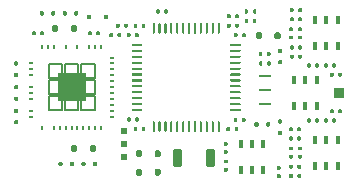
<source format=gbr>
%TF.GenerationSoftware,KiCad,Pcbnew,(5.1.6)-1*%
%TF.CreationDate,2020-09-03T16:30:16-07:00*%
%TF.ProjectId,SinESC-Multi-2.3B,53696e45-5343-42d4-9d75-6c74692d322e,1.0A*%
%TF.SameCoordinates,Original*%
%TF.FileFunction,Paste,Top*%
%TF.FilePolarity,Positive*%
%FSLAX46Y46*%
G04 Gerber Fmt 4.6, Leading zero omitted, Abs format (unit mm)*
G04 Created by KiCad (PCBNEW (5.1.6)-1) date 2020-09-03 16:30:16*
%MOMM*%
%LPD*%
G01*
G04 APERTURE LIST*
%ADD10C,0.152400*%
%ADD11R,0.480000X0.480000*%
%ADD12R,0.900000X0.900000*%
%ADD13R,0.360000X0.420000*%
%ADD14R,0.390000X0.636000*%
%ADD15R,2.453640X2.453640*%
%ADD16R,0.457200X0.152400*%
%ADD17R,0.152400X0.457200*%
%ADD18R,1.140000X0.240000*%
G04 APERTURE END LIST*
D10*
%TO.C,U4*%
X19555300Y-23944700D02*
X20718434Y-23944700D01*
X20718434Y-23944700D02*
X20718434Y-22781566D01*
X20718434Y-22781566D02*
X19555300Y-22781566D01*
X19555300Y-22781566D02*
X19555300Y-23944700D01*
X20918433Y-23944700D02*
X22081567Y-23944700D01*
X22081567Y-23944700D02*
X22081567Y-22781566D01*
X22081567Y-22781566D02*
X20918433Y-22781566D01*
X20918433Y-22781566D02*
X20918433Y-23944700D01*
X22281566Y-23944700D02*
X23444700Y-23944700D01*
X23444700Y-23944700D02*
X23444700Y-22781566D01*
X23444700Y-22781566D02*
X22281566Y-22781566D01*
X22281566Y-22781566D02*
X22281566Y-23944700D01*
X19555300Y-22581567D02*
X20718434Y-22581567D01*
X20718434Y-22581567D02*
X20718434Y-21418433D01*
X20718434Y-21418433D02*
X19555300Y-21418433D01*
X19555300Y-21418433D02*
X19555300Y-22581567D01*
X20918433Y-22581567D02*
X22081567Y-22581567D01*
X22081567Y-22581567D02*
X22081567Y-21418433D01*
X22081567Y-21418433D02*
X20918433Y-21418433D01*
X20918433Y-21418433D02*
X20918433Y-22581567D01*
X22281566Y-22581567D02*
X23444700Y-22581567D01*
X23444700Y-22581567D02*
X23444700Y-21418433D01*
X23444700Y-21418433D02*
X22281566Y-21418433D01*
X22281566Y-21418433D02*
X22281566Y-22581567D01*
X19555300Y-21218434D02*
X20718434Y-21218434D01*
X20718434Y-21218434D02*
X20718434Y-20055300D01*
X20718434Y-20055300D02*
X19555300Y-20055300D01*
X19555300Y-20055300D02*
X19555300Y-21218434D01*
X20918433Y-21218434D02*
X22081567Y-21218434D01*
X22081567Y-21218434D02*
X22081567Y-20055300D01*
X22081567Y-20055300D02*
X20918433Y-20055300D01*
X20918433Y-20055300D02*
X20918433Y-21218434D01*
X22281566Y-21218434D02*
X23444700Y-21218434D01*
X23444700Y-21218434D02*
X23444700Y-20055300D01*
X23444700Y-20055300D02*
X22281566Y-20055300D01*
X22281566Y-20055300D02*
X22281566Y-21218434D01*
%TD*%
%TO.C,L1*%
G36*
G01*
X30825000Y-27355000D02*
X30825000Y-28645000D01*
G75*
G02*
X30675000Y-28795000I-150000J0D01*
G01*
X30225000Y-28795000D01*
G75*
G02*
X30075000Y-28645000I0J150000D01*
G01*
X30075000Y-27355000D01*
G75*
G02*
X30225000Y-27205000I150000J0D01*
G01*
X30675000Y-27205000D01*
G75*
G02*
X30825000Y-27355000I0J-150000D01*
G01*
G37*
G36*
G01*
X33625000Y-27355000D02*
X33625000Y-28645000D01*
G75*
G02*
X33475000Y-28795000I-150000J0D01*
G01*
X33025000Y-28795000D01*
G75*
G02*
X32875000Y-28645000I0J150000D01*
G01*
X32875000Y-27355000D01*
G75*
G02*
X33025000Y-27205000I150000J0D01*
G01*
X33475000Y-27205000D01*
G75*
G02*
X33625000Y-27355000I0J-150000D01*
G01*
G37*
%TD*%
%TO.C,U1*%
G36*
G01*
X34040000Y-24952500D02*
X34040000Y-25747500D01*
G75*
G02*
X33995000Y-25792500I-45000J0D01*
G01*
X33905000Y-25792500D01*
G75*
G02*
X33860000Y-25747500I0J45000D01*
G01*
X33860000Y-24952500D01*
G75*
G02*
X33905000Y-24907500I45000J0D01*
G01*
X33995000Y-24907500D01*
G75*
G02*
X34040000Y-24952500I0J-45000D01*
G01*
G37*
G36*
G01*
X33540000Y-24952500D02*
X33540000Y-25747500D01*
G75*
G02*
X33495000Y-25792500I-45000J0D01*
G01*
X33405000Y-25792500D01*
G75*
G02*
X33360000Y-25747500I0J45000D01*
G01*
X33360000Y-24952500D01*
G75*
G02*
X33405000Y-24907500I45000J0D01*
G01*
X33495000Y-24907500D01*
G75*
G02*
X33540000Y-24952500I0J-45000D01*
G01*
G37*
G36*
G01*
X33040000Y-24952500D02*
X33040000Y-25747500D01*
G75*
G02*
X32995000Y-25792500I-45000J0D01*
G01*
X32905000Y-25792500D01*
G75*
G02*
X32860000Y-25747500I0J45000D01*
G01*
X32860000Y-24952500D01*
G75*
G02*
X32905000Y-24907500I45000J0D01*
G01*
X32995000Y-24907500D01*
G75*
G02*
X33040000Y-24952500I0J-45000D01*
G01*
G37*
G36*
G01*
X32540000Y-24952500D02*
X32540000Y-25747500D01*
G75*
G02*
X32495000Y-25792500I-45000J0D01*
G01*
X32405000Y-25792500D01*
G75*
G02*
X32360000Y-25747500I0J45000D01*
G01*
X32360000Y-24952500D01*
G75*
G02*
X32405000Y-24907500I45000J0D01*
G01*
X32495000Y-24907500D01*
G75*
G02*
X32540000Y-24952500I0J-45000D01*
G01*
G37*
G36*
G01*
X32040000Y-24952500D02*
X32040000Y-25747500D01*
G75*
G02*
X31995000Y-25792500I-45000J0D01*
G01*
X31905000Y-25792500D01*
G75*
G02*
X31860000Y-25747500I0J45000D01*
G01*
X31860000Y-24952500D01*
G75*
G02*
X31905000Y-24907500I45000J0D01*
G01*
X31995000Y-24907500D01*
G75*
G02*
X32040000Y-24952500I0J-45000D01*
G01*
G37*
G36*
G01*
X31540000Y-24952500D02*
X31540000Y-25747500D01*
G75*
G02*
X31495000Y-25792500I-45000J0D01*
G01*
X31405000Y-25792500D01*
G75*
G02*
X31360000Y-25747500I0J45000D01*
G01*
X31360000Y-24952500D01*
G75*
G02*
X31405000Y-24907500I45000J0D01*
G01*
X31495000Y-24907500D01*
G75*
G02*
X31540000Y-24952500I0J-45000D01*
G01*
G37*
G36*
G01*
X31040000Y-24952500D02*
X31040000Y-25747500D01*
G75*
G02*
X30995000Y-25792500I-45000J0D01*
G01*
X30905000Y-25792500D01*
G75*
G02*
X30860000Y-25747500I0J45000D01*
G01*
X30860000Y-24952500D01*
G75*
G02*
X30905000Y-24907500I45000J0D01*
G01*
X30995000Y-24907500D01*
G75*
G02*
X31040000Y-24952500I0J-45000D01*
G01*
G37*
G36*
G01*
X30540000Y-24952500D02*
X30540000Y-25747500D01*
G75*
G02*
X30495000Y-25792500I-45000J0D01*
G01*
X30405000Y-25792500D01*
G75*
G02*
X30360000Y-25747500I0J45000D01*
G01*
X30360000Y-24952500D01*
G75*
G02*
X30405000Y-24907500I45000J0D01*
G01*
X30495000Y-24907500D01*
G75*
G02*
X30540000Y-24952500I0J-45000D01*
G01*
G37*
G36*
G01*
X30040000Y-24952500D02*
X30040000Y-25747500D01*
G75*
G02*
X29995000Y-25792500I-45000J0D01*
G01*
X29905000Y-25792500D01*
G75*
G02*
X29860000Y-25747500I0J45000D01*
G01*
X29860000Y-24952500D01*
G75*
G02*
X29905000Y-24907500I45000J0D01*
G01*
X29995000Y-24907500D01*
G75*
G02*
X30040000Y-24952500I0J-45000D01*
G01*
G37*
G36*
G01*
X29540000Y-24952500D02*
X29540000Y-25747500D01*
G75*
G02*
X29495000Y-25792500I-45000J0D01*
G01*
X29405000Y-25792500D01*
G75*
G02*
X29360000Y-25747500I0J45000D01*
G01*
X29360000Y-24952500D01*
G75*
G02*
X29405000Y-24907500I45000J0D01*
G01*
X29495000Y-24907500D01*
G75*
G02*
X29540000Y-24952500I0J-45000D01*
G01*
G37*
G36*
G01*
X29040000Y-24952500D02*
X29040000Y-25747500D01*
G75*
G02*
X28995000Y-25792500I-45000J0D01*
G01*
X28905000Y-25792500D01*
G75*
G02*
X28860000Y-25747500I0J45000D01*
G01*
X28860000Y-24952500D01*
G75*
G02*
X28905000Y-24907500I45000J0D01*
G01*
X28995000Y-24907500D01*
G75*
G02*
X29040000Y-24952500I0J-45000D01*
G01*
G37*
G36*
G01*
X28540000Y-24952500D02*
X28540000Y-25747500D01*
G75*
G02*
X28495000Y-25792500I-45000J0D01*
G01*
X28405000Y-25792500D01*
G75*
G02*
X28360000Y-25747500I0J45000D01*
G01*
X28360000Y-24952500D01*
G75*
G02*
X28405000Y-24907500I45000J0D01*
G01*
X28495000Y-24907500D01*
G75*
G02*
X28540000Y-24952500I0J-45000D01*
G01*
G37*
G36*
G01*
X27480000Y-23892500D02*
X27480000Y-23982500D01*
G75*
G02*
X27435000Y-24027500I-45000J0D01*
G01*
X26640000Y-24027500D01*
G75*
G02*
X26595000Y-23982500I0J45000D01*
G01*
X26595000Y-23892500D01*
G75*
G02*
X26640000Y-23847500I45000J0D01*
G01*
X27435000Y-23847500D01*
G75*
G02*
X27480000Y-23892500I0J-45000D01*
G01*
G37*
G36*
G01*
X27480000Y-23392500D02*
X27480000Y-23482500D01*
G75*
G02*
X27435000Y-23527500I-45000J0D01*
G01*
X26640000Y-23527500D01*
G75*
G02*
X26595000Y-23482500I0J45000D01*
G01*
X26595000Y-23392500D01*
G75*
G02*
X26640000Y-23347500I45000J0D01*
G01*
X27435000Y-23347500D01*
G75*
G02*
X27480000Y-23392500I0J-45000D01*
G01*
G37*
G36*
G01*
X27480000Y-22892500D02*
X27480000Y-22982500D01*
G75*
G02*
X27435000Y-23027500I-45000J0D01*
G01*
X26640000Y-23027500D01*
G75*
G02*
X26595000Y-22982500I0J45000D01*
G01*
X26595000Y-22892500D01*
G75*
G02*
X26640000Y-22847500I45000J0D01*
G01*
X27435000Y-22847500D01*
G75*
G02*
X27480000Y-22892500I0J-45000D01*
G01*
G37*
G36*
G01*
X27480000Y-22392500D02*
X27480000Y-22482500D01*
G75*
G02*
X27435000Y-22527500I-45000J0D01*
G01*
X26640000Y-22527500D01*
G75*
G02*
X26595000Y-22482500I0J45000D01*
G01*
X26595000Y-22392500D01*
G75*
G02*
X26640000Y-22347500I45000J0D01*
G01*
X27435000Y-22347500D01*
G75*
G02*
X27480000Y-22392500I0J-45000D01*
G01*
G37*
G36*
G01*
X27480000Y-21892500D02*
X27480000Y-21982500D01*
G75*
G02*
X27435000Y-22027500I-45000J0D01*
G01*
X26640000Y-22027500D01*
G75*
G02*
X26595000Y-21982500I0J45000D01*
G01*
X26595000Y-21892500D01*
G75*
G02*
X26640000Y-21847500I45000J0D01*
G01*
X27435000Y-21847500D01*
G75*
G02*
X27480000Y-21892500I0J-45000D01*
G01*
G37*
G36*
G01*
X27480000Y-21392500D02*
X27480000Y-21482500D01*
G75*
G02*
X27435000Y-21527500I-45000J0D01*
G01*
X26640000Y-21527500D01*
G75*
G02*
X26595000Y-21482500I0J45000D01*
G01*
X26595000Y-21392500D01*
G75*
G02*
X26640000Y-21347500I45000J0D01*
G01*
X27435000Y-21347500D01*
G75*
G02*
X27480000Y-21392500I0J-45000D01*
G01*
G37*
G36*
G01*
X27480000Y-20892500D02*
X27480000Y-20982500D01*
G75*
G02*
X27435000Y-21027500I-45000J0D01*
G01*
X26640000Y-21027500D01*
G75*
G02*
X26595000Y-20982500I0J45000D01*
G01*
X26595000Y-20892500D01*
G75*
G02*
X26640000Y-20847500I45000J0D01*
G01*
X27435000Y-20847500D01*
G75*
G02*
X27480000Y-20892500I0J-45000D01*
G01*
G37*
G36*
G01*
X27480000Y-20392500D02*
X27480000Y-20482500D01*
G75*
G02*
X27435000Y-20527500I-45000J0D01*
G01*
X26640000Y-20527500D01*
G75*
G02*
X26595000Y-20482500I0J45000D01*
G01*
X26595000Y-20392500D01*
G75*
G02*
X26640000Y-20347500I45000J0D01*
G01*
X27435000Y-20347500D01*
G75*
G02*
X27480000Y-20392500I0J-45000D01*
G01*
G37*
G36*
G01*
X27480000Y-19892500D02*
X27480000Y-19982500D01*
G75*
G02*
X27435000Y-20027500I-45000J0D01*
G01*
X26640000Y-20027500D01*
G75*
G02*
X26595000Y-19982500I0J45000D01*
G01*
X26595000Y-19892500D01*
G75*
G02*
X26640000Y-19847500I45000J0D01*
G01*
X27435000Y-19847500D01*
G75*
G02*
X27480000Y-19892500I0J-45000D01*
G01*
G37*
G36*
G01*
X27480000Y-19392500D02*
X27480000Y-19482500D01*
G75*
G02*
X27435000Y-19527500I-45000J0D01*
G01*
X26640000Y-19527500D01*
G75*
G02*
X26595000Y-19482500I0J45000D01*
G01*
X26595000Y-19392500D01*
G75*
G02*
X26640000Y-19347500I45000J0D01*
G01*
X27435000Y-19347500D01*
G75*
G02*
X27480000Y-19392500I0J-45000D01*
G01*
G37*
G36*
G01*
X27480000Y-18892500D02*
X27480000Y-18982500D01*
G75*
G02*
X27435000Y-19027500I-45000J0D01*
G01*
X26640000Y-19027500D01*
G75*
G02*
X26595000Y-18982500I0J45000D01*
G01*
X26595000Y-18892500D01*
G75*
G02*
X26640000Y-18847500I45000J0D01*
G01*
X27435000Y-18847500D01*
G75*
G02*
X27480000Y-18892500I0J-45000D01*
G01*
G37*
G36*
G01*
X27480000Y-18392500D02*
X27480000Y-18482500D01*
G75*
G02*
X27435000Y-18527500I-45000J0D01*
G01*
X26640000Y-18527500D01*
G75*
G02*
X26595000Y-18482500I0J45000D01*
G01*
X26595000Y-18392500D01*
G75*
G02*
X26640000Y-18347500I45000J0D01*
G01*
X27435000Y-18347500D01*
G75*
G02*
X27480000Y-18392500I0J-45000D01*
G01*
G37*
G36*
G01*
X28540000Y-16627500D02*
X28540000Y-17422500D01*
G75*
G02*
X28495000Y-17467500I-45000J0D01*
G01*
X28405000Y-17467500D01*
G75*
G02*
X28360000Y-17422500I0J45000D01*
G01*
X28360000Y-16627500D01*
G75*
G02*
X28405000Y-16582500I45000J0D01*
G01*
X28495000Y-16582500D01*
G75*
G02*
X28540000Y-16627500I0J-45000D01*
G01*
G37*
G36*
G01*
X29040000Y-16627500D02*
X29040000Y-17422500D01*
G75*
G02*
X28995000Y-17467500I-45000J0D01*
G01*
X28905000Y-17467500D01*
G75*
G02*
X28860000Y-17422500I0J45000D01*
G01*
X28860000Y-16627500D01*
G75*
G02*
X28905000Y-16582500I45000J0D01*
G01*
X28995000Y-16582500D01*
G75*
G02*
X29040000Y-16627500I0J-45000D01*
G01*
G37*
G36*
G01*
X29540000Y-16627500D02*
X29540000Y-17422500D01*
G75*
G02*
X29495000Y-17467500I-45000J0D01*
G01*
X29405000Y-17467500D01*
G75*
G02*
X29360000Y-17422500I0J45000D01*
G01*
X29360000Y-16627500D01*
G75*
G02*
X29405000Y-16582500I45000J0D01*
G01*
X29495000Y-16582500D01*
G75*
G02*
X29540000Y-16627500I0J-45000D01*
G01*
G37*
G36*
G01*
X30040000Y-16627500D02*
X30040000Y-17422500D01*
G75*
G02*
X29995000Y-17467500I-45000J0D01*
G01*
X29905000Y-17467500D01*
G75*
G02*
X29860000Y-17422500I0J45000D01*
G01*
X29860000Y-16627500D01*
G75*
G02*
X29905000Y-16582500I45000J0D01*
G01*
X29995000Y-16582500D01*
G75*
G02*
X30040000Y-16627500I0J-45000D01*
G01*
G37*
G36*
G01*
X30540000Y-16627500D02*
X30540000Y-17422500D01*
G75*
G02*
X30495000Y-17467500I-45000J0D01*
G01*
X30405000Y-17467500D01*
G75*
G02*
X30360000Y-17422500I0J45000D01*
G01*
X30360000Y-16627500D01*
G75*
G02*
X30405000Y-16582500I45000J0D01*
G01*
X30495000Y-16582500D01*
G75*
G02*
X30540000Y-16627500I0J-45000D01*
G01*
G37*
G36*
G01*
X31040000Y-16627500D02*
X31040000Y-17422500D01*
G75*
G02*
X30995000Y-17467500I-45000J0D01*
G01*
X30905000Y-17467500D01*
G75*
G02*
X30860000Y-17422500I0J45000D01*
G01*
X30860000Y-16627500D01*
G75*
G02*
X30905000Y-16582500I45000J0D01*
G01*
X30995000Y-16582500D01*
G75*
G02*
X31040000Y-16627500I0J-45000D01*
G01*
G37*
G36*
G01*
X31540000Y-16627500D02*
X31540000Y-17422500D01*
G75*
G02*
X31495000Y-17467500I-45000J0D01*
G01*
X31405000Y-17467500D01*
G75*
G02*
X31360000Y-17422500I0J45000D01*
G01*
X31360000Y-16627500D01*
G75*
G02*
X31405000Y-16582500I45000J0D01*
G01*
X31495000Y-16582500D01*
G75*
G02*
X31540000Y-16627500I0J-45000D01*
G01*
G37*
G36*
G01*
X32040000Y-16627500D02*
X32040000Y-17422500D01*
G75*
G02*
X31995000Y-17467500I-45000J0D01*
G01*
X31905000Y-17467500D01*
G75*
G02*
X31860000Y-17422500I0J45000D01*
G01*
X31860000Y-16627500D01*
G75*
G02*
X31905000Y-16582500I45000J0D01*
G01*
X31995000Y-16582500D01*
G75*
G02*
X32040000Y-16627500I0J-45000D01*
G01*
G37*
G36*
G01*
X32540000Y-16627500D02*
X32540000Y-17422500D01*
G75*
G02*
X32495000Y-17467500I-45000J0D01*
G01*
X32405000Y-17467500D01*
G75*
G02*
X32360000Y-17422500I0J45000D01*
G01*
X32360000Y-16627500D01*
G75*
G02*
X32405000Y-16582500I45000J0D01*
G01*
X32495000Y-16582500D01*
G75*
G02*
X32540000Y-16627500I0J-45000D01*
G01*
G37*
G36*
G01*
X33040000Y-16627500D02*
X33040000Y-17422500D01*
G75*
G02*
X32995000Y-17467500I-45000J0D01*
G01*
X32905000Y-17467500D01*
G75*
G02*
X32860000Y-17422500I0J45000D01*
G01*
X32860000Y-16627500D01*
G75*
G02*
X32905000Y-16582500I45000J0D01*
G01*
X32995000Y-16582500D01*
G75*
G02*
X33040000Y-16627500I0J-45000D01*
G01*
G37*
G36*
G01*
X33540000Y-16627500D02*
X33540000Y-17422500D01*
G75*
G02*
X33495000Y-17467500I-45000J0D01*
G01*
X33405000Y-17467500D01*
G75*
G02*
X33360000Y-17422500I0J45000D01*
G01*
X33360000Y-16627500D01*
G75*
G02*
X33405000Y-16582500I45000J0D01*
G01*
X33495000Y-16582500D01*
G75*
G02*
X33540000Y-16627500I0J-45000D01*
G01*
G37*
G36*
G01*
X34040000Y-16627500D02*
X34040000Y-17422500D01*
G75*
G02*
X33995000Y-17467500I-45000J0D01*
G01*
X33905000Y-17467500D01*
G75*
G02*
X33860000Y-17422500I0J45000D01*
G01*
X33860000Y-16627500D01*
G75*
G02*
X33905000Y-16582500I45000J0D01*
G01*
X33995000Y-16582500D01*
G75*
G02*
X34040000Y-16627500I0J-45000D01*
G01*
G37*
G36*
G01*
X35805000Y-18392500D02*
X35805000Y-18482500D01*
G75*
G02*
X35760000Y-18527500I-45000J0D01*
G01*
X34965000Y-18527500D01*
G75*
G02*
X34920000Y-18482500I0J45000D01*
G01*
X34920000Y-18392500D01*
G75*
G02*
X34965000Y-18347500I45000J0D01*
G01*
X35760000Y-18347500D01*
G75*
G02*
X35805000Y-18392500I0J-45000D01*
G01*
G37*
G36*
G01*
X35805000Y-18892500D02*
X35805000Y-18982500D01*
G75*
G02*
X35760000Y-19027500I-45000J0D01*
G01*
X34965000Y-19027500D01*
G75*
G02*
X34920000Y-18982500I0J45000D01*
G01*
X34920000Y-18892500D01*
G75*
G02*
X34965000Y-18847500I45000J0D01*
G01*
X35760000Y-18847500D01*
G75*
G02*
X35805000Y-18892500I0J-45000D01*
G01*
G37*
G36*
G01*
X35805000Y-19392500D02*
X35805000Y-19482500D01*
G75*
G02*
X35760000Y-19527500I-45000J0D01*
G01*
X34965000Y-19527500D01*
G75*
G02*
X34920000Y-19482500I0J45000D01*
G01*
X34920000Y-19392500D01*
G75*
G02*
X34965000Y-19347500I45000J0D01*
G01*
X35760000Y-19347500D01*
G75*
G02*
X35805000Y-19392500I0J-45000D01*
G01*
G37*
G36*
G01*
X35805000Y-19892500D02*
X35805000Y-19982500D01*
G75*
G02*
X35760000Y-20027500I-45000J0D01*
G01*
X34965000Y-20027500D01*
G75*
G02*
X34920000Y-19982500I0J45000D01*
G01*
X34920000Y-19892500D01*
G75*
G02*
X34965000Y-19847500I45000J0D01*
G01*
X35760000Y-19847500D01*
G75*
G02*
X35805000Y-19892500I0J-45000D01*
G01*
G37*
G36*
G01*
X35805000Y-20392500D02*
X35805000Y-20482500D01*
G75*
G02*
X35760000Y-20527500I-45000J0D01*
G01*
X34965000Y-20527500D01*
G75*
G02*
X34920000Y-20482500I0J45000D01*
G01*
X34920000Y-20392500D01*
G75*
G02*
X34965000Y-20347500I45000J0D01*
G01*
X35760000Y-20347500D01*
G75*
G02*
X35805000Y-20392500I0J-45000D01*
G01*
G37*
G36*
G01*
X35805000Y-20892500D02*
X35805000Y-20982500D01*
G75*
G02*
X35760000Y-21027500I-45000J0D01*
G01*
X34965000Y-21027500D01*
G75*
G02*
X34920000Y-20982500I0J45000D01*
G01*
X34920000Y-20892500D01*
G75*
G02*
X34965000Y-20847500I45000J0D01*
G01*
X35760000Y-20847500D01*
G75*
G02*
X35805000Y-20892500I0J-45000D01*
G01*
G37*
G36*
G01*
X35805000Y-21392500D02*
X35805000Y-21482500D01*
G75*
G02*
X35760000Y-21527500I-45000J0D01*
G01*
X34965000Y-21527500D01*
G75*
G02*
X34920000Y-21482500I0J45000D01*
G01*
X34920000Y-21392500D01*
G75*
G02*
X34965000Y-21347500I45000J0D01*
G01*
X35760000Y-21347500D01*
G75*
G02*
X35805000Y-21392500I0J-45000D01*
G01*
G37*
G36*
G01*
X35805000Y-21892500D02*
X35805000Y-21982500D01*
G75*
G02*
X35760000Y-22027500I-45000J0D01*
G01*
X34965000Y-22027500D01*
G75*
G02*
X34920000Y-21982500I0J45000D01*
G01*
X34920000Y-21892500D01*
G75*
G02*
X34965000Y-21847500I45000J0D01*
G01*
X35760000Y-21847500D01*
G75*
G02*
X35805000Y-21892500I0J-45000D01*
G01*
G37*
G36*
G01*
X35805000Y-22392500D02*
X35805000Y-22482500D01*
G75*
G02*
X35760000Y-22527500I-45000J0D01*
G01*
X34965000Y-22527500D01*
G75*
G02*
X34920000Y-22482500I0J45000D01*
G01*
X34920000Y-22392500D01*
G75*
G02*
X34965000Y-22347500I45000J0D01*
G01*
X35760000Y-22347500D01*
G75*
G02*
X35805000Y-22392500I0J-45000D01*
G01*
G37*
G36*
G01*
X35805000Y-22892500D02*
X35805000Y-22982500D01*
G75*
G02*
X35760000Y-23027500I-45000J0D01*
G01*
X34965000Y-23027500D01*
G75*
G02*
X34920000Y-22982500I0J45000D01*
G01*
X34920000Y-22892500D01*
G75*
G02*
X34965000Y-22847500I45000J0D01*
G01*
X35760000Y-22847500D01*
G75*
G02*
X35805000Y-22892500I0J-45000D01*
G01*
G37*
G36*
G01*
X35805000Y-23392500D02*
X35805000Y-23482500D01*
G75*
G02*
X35760000Y-23527500I-45000J0D01*
G01*
X34965000Y-23527500D01*
G75*
G02*
X34920000Y-23482500I0J45000D01*
G01*
X34920000Y-23392500D01*
G75*
G02*
X34965000Y-23347500I45000J0D01*
G01*
X35760000Y-23347500D01*
G75*
G02*
X35805000Y-23392500I0J-45000D01*
G01*
G37*
G36*
G01*
X35805000Y-23892500D02*
X35805000Y-23982500D01*
G75*
G02*
X35760000Y-24027500I-45000J0D01*
G01*
X34965000Y-24027500D01*
G75*
G02*
X34920000Y-23982500I0J45000D01*
G01*
X34920000Y-23892500D01*
G75*
G02*
X34965000Y-23847500I45000J0D01*
G01*
X35760000Y-23847500D01*
G75*
G02*
X35805000Y-23892500I0J-45000D01*
G01*
G37*
%TD*%
%TO.C,R10*%
G36*
G01*
X41744000Y-24724500D02*
X41744000Y-24925500D01*
G75*
G02*
X41664500Y-25005000I-79500J0D01*
G01*
X41505500Y-25005000D01*
G75*
G02*
X41426000Y-24925500I0J79500D01*
G01*
X41426000Y-24724500D01*
G75*
G02*
X41505500Y-24645000I79500J0D01*
G01*
X41664500Y-24645000D01*
G75*
G02*
X41744000Y-24724500I0J-79500D01*
G01*
G37*
G36*
G01*
X42434000Y-24724500D02*
X42434000Y-24925500D01*
G75*
G02*
X42354500Y-25005000I-79500J0D01*
G01*
X42195500Y-25005000D01*
G75*
G02*
X42116000Y-24925500I0J79500D01*
G01*
X42116000Y-24724500D01*
G75*
G02*
X42195500Y-24645000I79500J0D01*
G01*
X42354500Y-24645000D01*
G75*
G02*
X42434000Y-24724500I0J-79500D01*
G01*
G37*
%TD*%
%TO.C,C6*%
G36*
G01*
X35564000Y-17499500D02*
X35564000Y-17700500D01*
G75*
G02*
X35484500Y-17780000I-79500J0D01*
G01*
X35325500Y-17780000D01*
G75*
G02*
X35246000Y-17700500I0J79500D01*
G01*
X35246000Y-17499500D01*
G75*
G02*
X35325500Y-17420000I79500J0D01*
G01*
X35484500Y-17420000D01*
G75*
G02*
X35564000Y-17499500I0J-79500D01*
G01*
G37*
G36*
G01*
X36254000Y-17499500D02*
X36254000Y-17700500D01*
G75*
G02*
X36174500Y-17780000I-79500J0D01*
G01*
X36015500Y-17780000D01*
G75*
G02*
X35936000Y-17700500I0J79500D01*
G01*
X35936000Y-17499500D01*
G75*
G02*
X36015500Y-17420000I79500J0D01*
G01*
X36174500Y-17420000D01*
G75*
G02*
X36254000Y-17499500I0J-79500D01*
G01*
G37*
%TD*%
%TO.C,C21*%
G36*
G01*
X20375000Y-16896250D02*
X20375000Y-17203750D01*
G75*
G02*
X20243750Y-17335000I-131250J0D01*
G01*
X19981250Y-17335000D01*
G75*
G02*
X19850000Y-17203750I0J131250D01*
G01*
X19850000Y-16896250D01*
G75*
G02*
X19981250Y-16765000I131250J0D01*
G01*
X20243750Y-16765000D01*
G75*
G02*
X20375000Y-16896250I0J-131250D01*
G01*
G37*
G36*
G01*
X21950000Y-16896250D02*
X21950000Y-17203750D01*
G75*
G02*
X21818750Y-17335000I-131250J0D01*
G01*
X21556250Y-17335000D01*
G75*
G02*
X21425000Y-17203750I0J131250D01*
G01*
X21425000Y-16896250D01*
G75*
G02*
X21556250Y-16765000I131250J0D01*
G01*
X21818750Y-16765000D01*
G75*
G02*
X21950000Y-16896250I0J-131250D01*
G01*
G37*
%TD*%
%TO.C,C20*%
G36*
G01*
X18464000Y-17349500D02*
X18464000Y-17550500D01*
G75*
G02*
X18384500Y-17630000I-79500J0D01*
G01*
X18225500Y-17630000D01*
G75*
G02*
X18146000Y-17550500I0J79500D01*
G01*
X18146000Y-17349500D01*
G75*
G02*
X18225500Y-17270000I79500J0D01*
G01*
X18384500Y-17270000D01*
G75*
G02*
X18464000Y-17349500I0J-79500D01*
G01*
G37*
G36*
G01*
X19154000Y-17349500D02*
X19154000Y-17550500D01*
G75*
G02*
X19074500Y-17630000I-79500J0D01*
G01*
X18915500Y-17630000D01*
G75*
G02*
X18836000Y-17550500I0J79500D01*
G01*
X18836000Y-17349500D01*
G75*
G02*
X18915500Y-17270000I79500J0D01*
G01*
X19074500Y-17270000D01*
G75*
G02*
X19154000Y-17349500I0J-79500D01*
G01*
G37*
%TD*%
%TO.C,C22*%
G36*
G01*
X23025000Y-27353750D02*
X23025000Y-27046250D01*
G75*
G02*
X23156250Y-26915000I131250J0D01*
G01*
X23418750Y-26915000D01*
G75*
G02*
X23550000Y-27046250I0J-131250D01*
G01*
X23550000Y-27353750D01*
G75*
G02*
X23418750Y-27485000I-131250J0D01*
G01*
X23156250Y-27485000D01*
G75*
G02*
X23025000Y-27353750I0J131250D01*
G01*
G37*
G36*
G01*
X21450000Y-27353750D02*
X21450000Y-27046250D01*
G75*
G02*
X21581250Y-26915000I131250J0D01*
G01*
X21843750Y-26915000D01*
G75*
G02*
X21975000Y-27046250I0J-131250D01*
G01*
X21975000Y-27353750D01*
G75*
G02*
X21843750Y-27485000I-131250J0D01*
G01*
X21581250Y-27485000D01*
G75*
G02*
X21450000Y-27353750I0J131250D01*
G01*
G37*
%TD*%
%TO.C,C19*%
G36*
G01*
X20742000Y-28396500D02*
X20742000Y-28603500D01*
G75*
G02*
X20653500Y-28692000I-88500J0D01*
G01*
X20476500Y-28692000D01*
G75*
G02*
X20388000Y-28603500I0J88500D01*
G01*
X20388000Y-28396500D01*
G75*
G02*
X20476500Y-28308000I88500J0D01*
G01*
X20653500Y-28308000D01*
G75*
G02*
X20742000Y-28396500I0J-88500D01*
G01*
G37*
G36*
G01*
X21712000Y-28396500D02*
X21712000Y-28603500D01*
G75*
G02*
X21623500Y-28692000I-88500J0D01*
G01*
X21446500Y-28692000D01*
G75*
G02*
X21358000Y-28603500I0J88500D01*
G01*
X21358000Y-28396500D01*
G75*
G02*
X21446500Y-28308000I88500J0D01*
G01*
X21623500Y-28308000D01*
G75*
G02*
X21712000Y-28396500I0J-88500D01*
G01*
G37*
%TD*%
%TO.C,C17*%
G36*
G01*
X23214000Y-17349500D02*
X23214000Y-17550500D01*
G75*
G02*
X23134500Y-17630000I-79500J0D01*
G01*
X22975500Y-17630000D01*
G75*
G02*
X22896000Y-17550500I0J79500D01*
G01*
X22896000Y-17349500D01*
G75*
G02*
X22975500Y-17270000I79500J0D01*
G01*
X23134500Y-17270000D01*
G75*
G02*
X23214000Y-17349500I0J-79500D01*
G01*
G37*
G36*
G01*
X23904000Y-17349500D02*
X23904000Y-17550500D01*
G75*
G02*
X23824500Y-17630000I-79500J0D01*
G01*
X23665500Y-17630000D01*
G75*
G02*
X23586000Y-17550500I0J79500D01*
G01*
X23586000Y-17349500D01*
G75*
G02*
X23665500Y-17270000I79500J0D01*
G01*
X23824500Y-17270000D01*
G75*
G02*
X23904000Y-17349500I0J-79500D01*
G01*
G37*
%TD*%
D11*
%TO.C,TP3*%
X25900000Y-27900000D03*
%TD*%
%TO.C,TP2*%
X25900000Y-26800000D03*
%TD*%
%TO.C,TP1*%
X25900000Y-25700000D03*
%TD*%
D12*
%TO.C,J6*%
X44150000Y-22500000D03*
%TD*%
%TO.C,C1*%
G36*
G01*
X35916000Y-24900500D02*
X35916000Y-24699500D01*
G75*
G02*
X35995500Y-24620000I79500J0D01*
G01*
X36154500Y-24620000D01*
G75*
G02*
X36234000Y-24699500I0J-79500D01*
G01*
X36234000Y-24900500D01*
G75*
G02*
X36154500Y-24980000I-79500J0D01*
G01*
X35995500Y-24980000D01*
G75*
G02*
X35916000Y-24900500I0J79500D01*
G01*
G37*
G36*
G01*
X35226000Y-24900500D02*
X35226000Y-24699500D01*
G75*
G02*
X35305500Y-24620000I79500J0D01*
G01*
X35464500Y-24620000D01*
G75*
G02*
X35544000Y-24699500I0J-79500D01*
G01*
X35544000Y-24900500D01*
G75*
G02*
X35464500Y-24980000I-79500J0D01*
G01*
X35305500Y-24980000D01*
G75*
G02*
X35226000Y-24900500I0J79500D01*
G01*
G37*
%TD*%
%TO.C,C2*%
G36*
G01*
X37346000Y-20100500D02*
X37346000Y-19899500D01*
G75*
G02*
X37425500Y-19820000I79500J0D01*
G01*
X37584500Y-19820000D01*
G75*
G02*
X37664000Y-19899500I0J-79500D01*
G01*
X37664000Y-20100500D01*
G75*
G02*
X37584500Y-20180000I-79500J0D01*
G01*
X37425500Y-20180000D01*
G75*
G02*
X37346000Y-20100500I0J79500D01*
G01*
G37*
G36*
G01*
X38036000Y-20100500D02*
X38036000Y-19899500D01*
G75*
G02*
X38115500Y-19820000I79500J0D01*
G01*
X38274500Y-19820000D01*
G75*
G02*
X38354000Y-19899500I0J-79500D01*
G01*
X38354000Y-20100500D01*
G75*
G02*
X38274500Y-20180000I-79500J0D01*
G01*
X38115500Y-20180000D01*
G75*
G02*
X38036000Y-20100500I0J79500D01*
G01*
G37*
%TD*%
%TO.C,C3*%
G36*
G01*
X35306000Y-25675500D02*
X35306000Y-25474500D01*
G75*
G02*
X35385500Y-25395000I79500J0D01*
G01*
X35544500Y-25395000D01*
G75*
G02*
X35624000Y-25474500I0J-79500D01*
G01*
X35624000Y-25675500D01*
G75*
G02*
X35544500Y-25755000I-79500J0D01*
G01*
X35385500Y-25755000D01*
G75*
G02*
X35306000Y-25675500I0J79500D01*
G01*
G37*
G36*
G01*
X34616000Y-25675500D02*
X34616000Y-25474500D01*
G75*
G02*
X34695500Y-25395000I79500J0D01*
G01*
X34854500Y-25395000D01*
G75*
G02*
X34934000Y-25474500I0J-79500D01*
G01*
X34934000Y-25675500D01*
G75*
G02*
X34854500Y-25755000I-79500J0D01*
G01*
X34695500Y-25755000D01*
G75*
G02*
X34616000Y-25675500I0J79500D01*
G01*
G37*
%TD*%
%TO.C,C4*%
G36*
G01*
X27064000Y-16699500D02*
X27064000Y-16900500D01*
G75*
G02*
X26984500Y-16980000I-79500J0D01*
G01*
X26825500Y-16980000D01*
G75*
G02*
X26746000Y-16900500I0J79500D01*
G01*
X26746000Y-16699500D01*
G75*
G02*
X26825500Y-16620000I79500J0D01*
G01*
X26984500Y-16620000D01*
G75*
G02*
X27064000Y-16699500I0J-79500D01*
G01*
G37*
G36*
G01*
X27754000Y-16699500D02*
X27754000Y-16900500D01*
G75*
G02*
X27674500Y-16980000I-79500J0D01*
G01*
X27515500Y-16980000D01*
G75*
G02*
X27436000Y-16900500I0J79500D01*
G01*
X27436000Y-16699500D01*
G75*
G02*
X27515500Y-16620000I79500J0D01*
G01*
X27674500Y-16620000D01*
G75*
G02*
X27754000Y-16699500I0J-79500D01*
G01*
G37*
%TD*%
%TO.C,C5*%
G36*
G01*
X26494000Y-17499500D02*
X26494000Y-17700500D01*
G75*
G02*
X26414500Y-17780000I-79500J0D01*
G01*
X26255500Y-17780000D01*
G75*
G02*
X26176000Y-17700500I0J79500D01*
G01*
X26176000Y-17499500D01*
G75*
G02*
X26255500Y-17420000I79500J0D01*
G01*
X26414500Y-17420000D01*
G75*
G02*
X26494000Y-17499500I0J-79500D01*
G01*
G37*
G36*
G01*
X27184000Y-17499500D02*
X27184000Y-17700500D01*
G75*
G02*
X27104500Y-17780000I-79500J0D01*
G01*
X26945500Y-17780000D01*
G75*
G02*
X26866000Y-17700500I0J79500D01*
G01*
X26866000Y-17499500D01*
G75*
G02*
X26945500Y-17420000I79500J0D01*
G01*
X27104500Y-17420000D01*
G75*
G02*
X27184000Y-17499500I0J-79500D01*
G01*
G37*
%TD*%
%TO.C,C7*%
G36*
G01*
X39974500Y-17636000D02*
X40175500Y-17636000D01*
G75*
G02*
X40255000Y-17715500I0J-79500D01*
G01*
X40255000Y-17874500D01*
G75*
G02*
X40175500Y-17954000I-79500J0D01*
G01*
X39974500Y-17954000D01*
G75*
G02*
X39895000Y-17874500I0J79500D01*
G01*
X39895000Y-17715500D01*
G75*
G02*
X39974500Y-17636000I79500J0D01*
G01*
G37*
G36*
G01*
X39974500Y-16946000D02*
X40175500Y-16946000D01*
G75*
G02*
X40255000Y-17025500I0J-79500D01*
G01*
X40255000Y-17184500D01*
G75*
G02*
X40175500Y-17264000I-79500J0D01*
G01*
X39974500Y-17264000D01*
G75*
G02*
X39895000Y-17184500I0J79500D01*
G01*
X39895000Y-17025500D01*
G75*
G02*
X39974500Y-16946000I79500J0D01*
G01*
G37*
%TD*%
%TO.C,C8*%
G36*
G01*
X26494000Y-24649500D02*
X26494000Y-24850500D01*
G75*
G02*
X26414500Y-24930000I-79500J0D01*
G01*
X26255500Y-24930000D01*
G75*
G02*
X26176000Y-24850500I0J79500D01*
G01*
X26176000Y-24649500D01*
G75*
G02*
X26255500Y-24570000I79500J0D01*
G01*
X26414500Y-24570000D01*
G75*
G02*
X26494000Y-24649500I0J-79500D01*
G01*
G37*
G36*
G01*
X27184000Y-24649500D02*
X27184000Y-24850500D01*
G75*
G02*
X27104500Y-24930000I-79500J0D01*
G01*
X26945500Y-24930000D01*
G75*
G02*
X26866000Y-24850500I0J79500D01*
G01*
X26866000Y-24649500D01*
G75*
G02*
X26945500Y-24570000I79500J0D01*
G01*
X27104500Y-24570000D01*
G75*
G02*
X27184000Y-24649500I0J-79500D01*
G01*
G37*
%TD*%
%TO.C,C9*%
G36*
G01*
X27064000Y-25449500D02*
X27064000Y-25650500D01*
G75*
G02*
X26984500Y-25730000I-79500J0D01*
G01*
X26825500Y-25730000D01*
G75*
G02*
X26746000Y-25650500I0J79500D01*
G01*
X26746000Y-25449500D01*
G75*
G02*
X26825500Y-25370000I79500J0D01*
G01*
X26984500Y-25370000D01*
G75*
G02*
X27064000Y-25449500I0J-79500D01*
G01*
G37*
G36*
G01*
X27754000Y-25449500D02*
X27754000Y-25650500D01*
G75*
G02*
X27674500Y-25730000I-79500J0D01*
G01*
X27515500Y-25730000D01*
G75*
G02*
X27436000Y-25650500I0J79500D01*
G01*
X27436000Y-25449500D01*
G75*
G02*
X27515500Y-25370000I79500J0D01*
G01*
X27674500Y-25370000D01*
G75*
G02*
X27754000Y-25449500I0J-79500D01*
G01*
G37*
%TD*%
%TO.C,C10*%
G36*
G01*
X38036000Y-19300500D02*
X38036000Y-19099500D01*
G75*
G02*
X38115500Y-19020000I79500J0D01*
G01*
X38274500Y-19020000D01*
G75*
G02*
X38354000Y-19099500I0J-79500D01*
G01*
X38354000Y-19300500D01*
G75*
G02*
X38274500Y-19380000I-79500J0D01*
G01*
X38115500Y-19380000D01*
G75*
G02*
X38036000Y-19300500I0J79500D01*
G01*
G37*
G36*
G01*
X37346000Y-19300500D02*
X37346000Y-19099500D01*
G75*
G02*
X37425500Y-19020000I79500J0D01*
G01*
X37584500Y-19020000D01*
G75*
G02*
X37664000Y-19099500I0J-79500D01*
G01*
X37664000Y-19300500D01*
G75*
G02*
X37584500Y-19380000I-79500J0D01*
G01*
X37425500Y-19380000D01*
G75*
G02*
X37346000Y-19300500I0J79500D01*
G01*
G37*
%TD*%
%TO.C,C11*%
G36*
G01*
X39046500Y-19723000D02*
X39253500Y-19723000D01*
G75*
G02*
X39342000Y-19811500I0J-88500D01*
G01*
X39342000Y-19988500D01*
G75*
G02*
X39253500Y-20077000I-88500J0D01*
G01*
X39046500Y-20077000D01*
G75*
G02*
X38958000Y-19988500I0J88500D01*
G01*
X38958000Y-19811500D01*
G75*
G02*
X39046500Y-19723000I88500J0D01*
G01*
G37*
G36*
G01*
X39046500Y-18753000D02*
X39253500Y-18753000D01*
G75*
G02*
X39342000Y-18841500I0J-88500D01*
G01*
X39342000Y-19018500D01*
G75*
G02*
X39253500Y-19107000I-88500J0D01*
G01*
X39046500Y-19107000D01*
G75*
G02*
X38958000Y-19018500I0J88500D01*
G01*
X38958000Y-18841500D01*
G75*
G02*
X39046500Y-18753000I88500J0D01*
G01*
G37*
%TD*%
%TO.C,C12*%
G36*
G01*
X34964000Y-15899500D02*
X34964000Y-16100500D01*
G75*
G02*
X34884500Y-16180000I-79500J0D01*
G01*
X34725500Y-16180000D01*
G75*
G02*
X34646000Y-16100500I0J79500D01*
G01*
X34646000Y-15899500D01*
G75*
G02*
X34725500Y-15820000I79500J0D01*
G01*
X34884500Y-15820000D01*
G75*
G02*
X34964000Y-15899500I0J-79500D01*
G01*
G37*
G36*
G01*
X35654000Y-15899500D02*
X35654000Y-16100500D01*
G75*
G02*
X35574500Y-16180000I-79500J0D01*
G01*
X35415500Y-16180000D01*
G75*
G02*
X35336000Y-16100500I0J79500D01*
G01*
X35336000Y-15899500D01*
G75*
G02*
X35415500Y-15820000I79500J0D01*
G01*
X35574500Y-15820000D01*
G75*
G02*
X35654000Y-15899500I0J-79500D01*
G01*
G37*
%TD*%
%TO.C,C13*%
G36*
G01*
X38675000Y-17803750D02*
X38675000Y-17496250D01*
G75*
G02*
X38806250Y-17365000I131250J0D01*
G01*
X39068750Y-17365000D01*
G75*
G02*
X39200000Y-17496250I0J-131250D01*
G01*
X39200000Y-17803750D01*
G75*
G02*
X39068750Y-17935000I-131250J0D01*
G01*
X38806250Y-17935000D01*
G75*
G02*
X38675000Y-17803750I0J131250D01*
G01*
G37*
G36*
G01*
X37100000Y-17803750D02*
X37100000Y-17496250D01*
G75*
G02*
X37231250Y-17365000I131250J0D01*
G01*
X37493750Y-17365000D01*
G75*
G02*
X37625000Y-17496250I0J-131250D01*
G01*
X37625000Y-17803750D01*
G75*
G02*
X37493750Y-17935000I-131250J0D01*
G01*
X37231250Y-17935000D01*
G75*
G02*
X37100000Y-17803750I0J131250D01*
G01*
G37*
%TD*%
%TO.C,C14*%
G36*
G01*
X44061000Y-24150500D02*
X44061000Y-23949500D01*
G75*
G02*
X44140500Y-23870000I79500J0D01*
G01*
X44299500Y-23870000D01*
G75*
G02*
X44379000Y-23949500I0J-79500D01*
G01*
X44379000Y-24150500D01*
G75*
G02*
X44299500Y-24230000I-79500J0D01*
G01*
X44140500Y-24230000D01*
G75*
G02*
X44061000Y-24150500I0J79500D01*
G01*
G37*
G36*
G01*
X43371000Y-24150500D02*
X43371000Y-23949500D01*
G75*
G02*
X43450500Y-23870000I79500J0D01*
G01*
X43609500Y-23870000D01*
G75*
G02*
X43689000Y-23949500I0J-79500D01*
G01*
X43689000Y-24150500D01*
G75*
G02*
X43609500Y-24230000I-79500J0D01*
G01*
X43450500Y-24230000D01*
G75*
G02*
X43371000Y-24150500I0J79500D01*
G01*
G37*
%TD*%
%TO.C,C15*%
G36*
G01*
X36464000Y-15499500D02*
X36464000Y-15700500D01*
G75*
G02*
X36384500Y-15780000I-79500J0D01*
G01*
X36225500Y-15780000D01*
G75*
G02*
X36146000Y-15700500I0J79500D01*
G01*
X36146000Y-15499500D01*
G75*
G02*
X36225500Y-15420000I79500J0D01*
G01*
X36384500Y-15420000D01*
G75*
G02*
X36464000Y-15499500I0J-79500D01*
G01*
G37*
G36*
G01*
X37154000Y-15499500D02*
X37154000Y-15700500D01*
G75*
G02*
X37074500Y-15780000I-79500J0D01*
G01*
X36915500Y-15780000D01*
G75*
G02*
X36836000Y-15700500I0J79500D01*
G01*
X36836000Y-15499500D01*
G75*
G02*
X36915500Y-15420000I79500J0D01*
G01*
X37074500Y-15420000D01*
G75*
G02*
X37154000Y-15499500I0J-79500D01*
G01*
G37*
%TD*%
%TO.C,C16*%
G36*
G01*
X40950500Y-27364000D02*
X40749500Y-27364000D01*
G75*
G02*
X40670000Y-27284500I0J79500D01*
G01*
X40670000Y-27125500D01*
G75*
G02*
X40749500Y-27046000I79500J0D01*
G01*
X40950500Y-27046000D01*
G75*
G02*
X41030000Y-27125500I0J-79500D01*
G01*
X41030000Y-27284500D01*
G75*
G02*
X40950500Y-27364000I-79500J0D01*
G01*
G37*
G36*
G01*
X40950500Y-28054000D02*
X40749500Y-28054000D01*
G75*
G02*
X40670000Y-27974500I0J79500D01*
G01*
X40670000Y-27815500D01*
G75*
G02*
X40749500Y-27736000I79500J0D01*
G01*
X40950500Y-27736000D01*
G75*
G02*
X41030000Y-27815500I0J-79500D01*
G01*
X41030000Y-27974500D01*
G75*
G02*
X40950500Y-28054000I-79500J0D01*
G01*
G37*
%TD*%
%TO.C,C18*%
G36*
G01*
X23308000Y-28603500D02*
X23308000Y-28396500D01*
G75*
G02*
X23396500Y-28308000I88500J0D01*
G01*
X23573500Y-28308000D01*
G75*
G02*
X23662000Y-28396500I0J-88500D01*
G01*
X23662000Y-28603500D01*
G75*
G02*
X23573500Y-28692000I-88500J0D01*
G01*
X23396500Y-28692000D01*
G75*
G02*
X23308000Y-28603500I0J88500D01*
G01*
G37*
G36*
G01*
X22338000Y-28603500D02*
X22338000Y-28396500D01*
G75*
G02*
X22426500Y-28308000I88500J0D01*
G01*
X22603500Y-28308000D01*
G75*
G02*
X22692000Y-28396500I0J-88500D01*
G01*
X22692000Y-28603500D01*
G75*
G02*
X22603500Y-28692000I-88500J0D01*
G01*
X22426500Y-28692000D01*
G75*
G02*
X22338000Y-28603500I0J88500D01*
G01*
G37*
%TD*%
%TO.C,C23*%
G36*
G01*
X16696500Y-24808000D02*
X16903500Y-24808000D01*
G75*
G02*
X16992000Y-24896500I0J-88500D01*
G01*
X16992000Y-25073500D01*
G75*
G02*
X16903500Y-25162000I-88500J0D01*
G01*
X16696500Y-25162000D01*
G75*
G02*
X16608000Y-25073500I0J88500D01*
G01*
X16608000Y-24896500D01*
G75*
G02*
X16696500Y-24808000I88500J0D01*
G01*
G37*
G36*
G01*
X16696500Y-23838000D02*
X16903500Y-23838000D01*
G75*
G02*
X16992000Y-23926500I0J-88500D01*
G01*
X16992000Y-24103500D01*
G75*
G02*
X16903500Y-24192000I-88500J0D01*
G01*
X16696500Y-24192000D01*
G75*
G02*
X16608000Y-24103500I0J88500D01*
G01*
X16608000Y-23926500D01*
G75*
G02*
X16696500Y-23838000I88500J0D01*
G01*
G37*
%TD*%
%TO.C,C24*%
G36*
G01*
X16696500Y-22808000D02*
X16903500Y-22808000D01*
G75*
G02*
X16992000Y-22896500I0J-88500D01*
G01*
X16992000Y-23073500D01*
G75*
G02*
X16903500Y-23162000I-88500J0D01*
G01*
X16696500Y-23162000D01*
G75*
G02*
X16608000Y-23073500I0J88500D01*
G01*
X16608000Y-22896500D01*
G75*
G02*
X16696500Y-22808000I88500J0D01*
G01*
G37*
G36*
G01*
X16696500Y-21838000D02*
X16903500Y-21838000D01*
G75*
G02*
X16992000Y-21926500I0J-88500D01*
G01*
X16992000Y-22103500D01*
G75*
G02*
X16903500Y-22192000I-88500J0D01*
G01*
X16696500Y-22192000D01*
G75*
G02*
X16608000Y-22103500I0J88500D01*
G01*
X16608000Y-21926500D01*
G75*
G02*
X16696500Y-21838000I88500J0D01*
G01*
G37*
%TD*%
%TO.C,C25*%
G36*
G01*
X16903500Y-20177000D02*
X16696500Y-20177000D01*
G75*
G02*
X16608000Y-20088500I0J88500D01*
G01*
X16608000Y-19911500D01*
G75*
G02*
X16696500Y-19823000I88500J0D01*
G01*
X16903500Y-19823000D01*
G75*
G02*
X16992000Y-19911500I0J-88500D01*
G01*
X16992000Y-20088500D01*
G75*
G02*
X16903500Y-20177000I-88500J0D01*
G01*
G37*
G36*
G01*
X16903500Y-21147000D02*
X16696500Y-21147000D01*
G75*
G02*
X16608000Y-21058500I0J88500D01*
G01*
X16608000Y-20881500D01*
G75*
G02*
X16696500Y-20793000I88500J0D01*
G01*
X16903500Y-20793000D01*
G75*
G02*
X16992000Y-20881500I0J-88500D01*
G01*
X16992000Y-21058500D01*
G75*
G02*
X16903500Y-21147000I-88500J0D01*
G01*
G37*
%TD*%
%TO.C,C26*%
G36*
G01*
X19142000Y-15646500D02*
X19142000Y-15853500D01*
G75*
G02*
X19053500Y-15942000I-88500J0D01*
G01*
X18876500Y-15942000D01*
G75*
G02*
X18788000Y-15853500I0J88500D01*
G01*
X18788000Y-15646500D01*
G75*
G02*
X18876500Y-15558000I88500J0D01*
G01*
X19053500Y-15558000D01*
G75*
G02*
X19142000Y-15646500I0J-88500D01*
G01*
G37*
G36*
G01*
X20112000Y-15646500D02*
X20112000Y-15853500D01*
G75*
G02*
X20023500Y-15942000I-88500J0D01*
G01*
X19846500Y-15942000D01*
G75*
G02*
X19758000Y-15853500I0J88500D01*
G01*
X19758000Y-15646500D01*
G75*
G02*
X19846500Y-15558000I88500J0D01*
G01*
X20023500Y-15558000D01*
G75*
G02*
X20112000Y-15646500I0J-88500D01*
G01*
G37*
%TD*%
%TO.C,C27*%
G36*
G01*
X21092000Y-15646500D02*
X21092000Y-15853500D01*
G75*
G02*
X21003500Y-15942000I-88500J0D01*
G01*
X20826500Y-15942000D01*
G75*
G02*
X20738000Y-15853500I0J88500D01*
G01*
X20738000Y-15646500D01*
G75*
G02*
X20826500Y-15558000I88500J0D01*
G01*
X21003500Y-15558000D01*
G75*
G02*
X21092000Y-15646500I0J-88500D01*
G01*
G37*
G36*
G01*
X22062000Y-15646500D02*
X22062000Y-15853500D01*
G75*
G02*
X21973500Y-15942000I-88500J0D01*
G01*
X21796500Y-15942000D01*
G75*
G02*
X21708000Y-15853500I0J88500D01*
G01*
X21708000Y-15646500D01*
G75*
G02*
X21796500Y-15558000I88500J0D01*
G01*
X21973500Y-15558000D01*
G75*
G02*
X22062000Y-15646500I0J-88500D01*
G01*
G37*
%TD*%
D13*
%TO.C,D1*%
X23000000Y-16050000D03*
X24400000Y-16050000D03*
%TD*%
%TO.C,R1*%
G36*
G01*
X41004000Y-16149500D02*
X41004000Y-16350500D01*
G75*
G02*
X40924500Y-16430000I-79500J0D01*
G01*
X40765500Y-16430000D01*
G75*
G02*
X40686000Y-16350500I0J79500D01*
G01*
X40686000Y-16149500D01*
G75*
G02*
X40765500Y-16070000I79500J0D01*
G01*
X40924500Y-16070000D01*
G75*
G02*
X41004000Y-16149500I0J-79500D01*
G01*
G37*
G36*
G01*
X40314000Y-16149500D02*
X40314000Y-16350500D01*
G75*
G02*
X40234500Y-16430000I-79500J0D01*
G01*
X40075500Y-16430000D01*
G75*
G02*
X39996000Y-16350500I0J79500D01*
G01*
X39996000Y-16149500D01*
G75*
G02*
X40075500Y-16070000I79500J0D01*
G01*
X40234500Y-16070000D01*
G75*
G02*
X40314000Y-16149500I0J-79500D01*
G01*
G37*
%TD*%
%TO.C,R2*%
G36*
G01*
X35336000Y-16900500D02*
X35336000Y-16699500D01*
G75*
G02*
X35415500Y-16620000I79500J0D01*
G01*
X35574500Y-16620000D01*
G75*
G02*
X35654000Y-16699500I0J-79500D01*
G01*
X35654000Y-16900500D01*
G75*
G02*
X35574500Y-16980000I-79500J0D01*
G01*
X35415500Y-16980000D01*
G75*
G02*
X35336000Y-16900500I0J79500D01*
G01*
G37*
G36*
G01*
X34646000Y-16900500D02*
X34646000Y-16699500D01*
G75*
G02*
X34725500Y-16620000I79500J0D01*
G01*
X34884500Y-16620000D01*
G75*
G02*
X34964000Y-16699500I0J-79500D01*
G01*
X34964000Y-16900500D01*
G75*
G02*
X34884500Y-16980000I-79500J0D01*
G01*
X34725500Y-16980000D01*
G75*
G02*
X34646000Y-16900500I0J79500D01*
G01*
G37*
%TD*%
%TO.C,R4*%
G36*
G01*
X40314000Y-15374500D02*
X40314000Y-15575500D01*
G75*
G02*
X40234500Y-15655000I-79500J0D01*
G01*
X40075500Y-15655000D01*
G75*
G02*
X39996000Y-15575500I0J79500D01*
G01*
X39996000Y-15374500D01*
G75*
G02*
X40075500Y-15295000I79500J0D01*
G01*
X40234500Y-15295000D01*
G75*
G02*
X40314000Y-15374500I0J-79500D01*
G01*
G37*
G36*
G01*
X41004000Y-15374500D02*
X41004000Y-15575500D01*
G75*
G02*
X40924500Y-15655000I-79500J0D01*
G01*
X40765500Y-15655000D01*
G75*
G02*
X40686000Y-15575500I0J79500D01*
G01*
X40686000Y-15374500D01*
G75*
G02*
X40765500Y-15295000I79500J0D01*
G01*
X40924500Y-15295000D01*
G75*
G02*
X41004000Y-15374500I0J-79500D01*
G01*
G37*
%TD*%
%TO.C,R5*%
G36*
G01*
X40749500Y-17636000D02*
X40950500Y-17636000D01*
G75*
G02*
X41030000Y-17715500I0J-79500D01*
G01*
X41030000Y-17874500D01*
G75*
G02*
X40950500Y-17954000I-79500J0D01*
G01*
X40749500Y-17954000D01*
G75*
G02*
X40670000Y-17874500I0J79500D01*
G01*
X40670000Y-17715500D01*
G75*
G02*
X40749500Y-17636000I79500J0D01*
G01*
G37*
G36*
G01*
X40749500Y-16946000D02*
X40950500Y-16946000D01*
G75*
G02*
X41030000Y-17025500I0J-79500D01*
G01*
X41030000Y-17184500D01*
G75*
G02*
X40950500Y-17264000I-79500J0D01*
G01*
X40749500Y-17264000D01*
G75*
G02*
X40670000Y-17184500I0J79500D01*
G01*
X40670000Y-17025500D01*
G75*
G02*
X40749500Y-16946000I79500J0D01*
G01*
G37*
%TD*%
%TO.C,R6*%
G36*
G01*
X36836000Y-16500500D02*
X36836000Y-16299500D01*
G75*
G02*
X36915500Y-16220000I79500J0D01*
G01*
X37074500Y-16220000D01*
G75*
G02*
X37154000Y-16299500I0J-79500D01*
G01*
X37154000Y-16500500D01*
G75*
G02*
X37074500Y-16580000I-79500J0D01*
G01*
X36915500Y-16580000D01*
G75*
G02*
X36836000Y-16500500I0J79500D01*
G01*
G37*
G36*
G01*
X36146000Y-16500500D02*
X36146000Y-16299500D01*
G75*
G02*
X36225500Y-16220000I79500J0D01*
G01*
X36384500Y-16220000D01*
G75*
G02*
X36464000Y-16299500I0J-79500D01*
G01*
X36464000Y-16500500D01*
G75*
G02*
X36384500Y-16580000I-79500J0D01*
G01*
X36225500Y-16580000D01*
G75*
G02*
X36146000Y-16500500I0J79500D01*
G01*
G37*
%TD*%
%TO.C,R8*%
G36*
G01*
X40686000Y-18750500D02*
X40686000Y-18549500D01*
G75*
G02*
X40765500Y-18470000I79500J0D01*
G01*
X40924500Y-18470000D01*
G75*
G02*
X41004000Y-18549500I0J-79500D01*
G01*
X41004000Y-18750500D01*
G75*
G02*
X40924500Y-18830000I-79500J0D01*
G01*
X40765500Y-18830000D01*
G75*
G02*
X40686000Y-18750500I0J79500D01*
G01*
G37*
G36*
G01*
X39996000Y-18750500D02*
X39996000Y-18549500D01*
G75*
G02*
X40075500Y-18470000I79500J0D01*
G01*
X40234500Y-18470000D01*
G75*
G02*
X40314000Y-18549500I0J-79500D01*
G01*
X40314000Y-18750500D01*
G75*
G02*
X40234500Y-18830000I-79500J0D01*
G01*
X40075500Y-18830000D01*
G75*
G02*
X39996000Y-18750500I0J79500D01*
G01*
G37*
%TD*%
%TO.C,R9*%
G36*
G01*
X40314000Y-19324500D02*
X40314000Y-19525500D01*
G75*
G02*
X40234500Y-19605000I-79500J0D01*
G01*
X40075500Y-19605000D01*
G75*
G02*
X39996000Y-19525500I0J79500D01*
G01*
X39996000Y-19324500D01*
G75*
G02*
X40075500Y-19245000I79500J0D01*
G01*
X40234500Y-19245000D01*
G75*
G02*
X40314000Y-19324500I0J-79500D01*
G01*
G37*
G36*
G01*
X41004000Y-19324500D02*
X41004000Y-19525500D01*
G75*
G02*
X40924500Y-19605000I-79500J0D01*
G01*
X40765500Y-19605000D01*
G75*
G02*
X40686000Y-19525500I0J79500D01*
G01*
X40686000Y-19324500D01*
G75*
G02*
X40765500Y-19245000I79500J0D01*
G01*
X40924500Y-19245000D01*
G75*
G02*
X41004000Y-19324500I0J-79500D01*
G01*
G37*
%TD*%
%TO.C,R11*%
G36*
G01*
X28964000Y-15499500D02*
X28964000Y-15700500D01*
G75*
G02*
X28884500Y-15780000I-79500J0D01*
G01*
X28725500Y-15780000D01*
G75*
G02*
X28646000Y-15700500I0J79500D01*
G01*
X28646000Y-15499500D01*
G75*
G02*
X28725500Y-15420000I79500J0D01*
G01*
X28884500Y-15420000D01*
G75*
G02*
X28964000Y-15499500I0J-79500D01*
G01*
G37*
G36*
G01*
X29654000Y-15499500D02*
X29654000Y-15700500D01*
G75*
G02*
X29574500Y-15780000I-79500J0D01*
G01*
X29415500Y-15780000D01*
G75*
G02*
X29336000Y-15700500I0J79500D01*
G01*
X29336000Y-15499500D01*
G75*
G02*
X29415500Y-15420000I79500J0D01*
G01*
X29574500Y-15420000D01*
G75*
G02*
X29654000Y-15499500I0J-79500D01*
G01*
G37*
%TD*%
%TO.C,R13*%
G36*
G01*
X43214000Y-24724500D02*
X43214000Y-24925500D01*
G75*
G02*
X43134500Y-25005000I-79500J0D01*
G01*
X42975500Y-25005000D01*
G75*
G02*
X42896000Y-24925500I0J79500D01*
G01*
X42896000Y-24724500D01*
G75*
G02*
X42975500Y-24645000I79500J0D01*
G01*
X43134500Y-24645000D01*
G75*
G02*
X43214000Y-24724500I0J-79500D01*
G01*
G37*
G36*
G01*
X43904000Y-24724500D02*
X43904000Y-24925500D01*
G75*
G02*
X43824500Y-25005000I-79500J0D01*
G01*
X43665500Y-25005000D01*
G75*
G02*
X43586000Y-24925500I0J79500D01*
G01*
X43586000Y-24724500D01*
G75*
G02*
X43665500Y-24645000I79500J0D01*
G01*
X43824500Y-24645000D01*
G75*
G02*
X43904000Y-24724500I0J-79500D01*
G01*
G37*
%TD*%
%TO.C,R14*%
G36*
G01*
X44061000Y-21050500D02*
X44061000Y-20849500D01*
G75*
G02*
X44140500Y-20770000I79500J0D01*
G01*
X44299500Y-20770000D01*
G75*
G02*
X44379000Y-20849500I0J-79500D01*
G01*
X44379000Y-21050500D01*
G75*
G02*
X44299500Y-21130000I-79500J0D01*
G01*
X44140500Y-21130000D01*
G75*
G02*
X44061000Y-21050500I0J79500D01*
G01*
G37*
G36*
G01*
X43371000Y-21050500D02*
X43371000Y-20849500D01*
G75*
G02*
X43450500Y-20770000I79500J0D01*
G01*
X43609500Y-20770000D01*
G75*
G02*
X43689000Y-20849500I0J-79500D01*
G01*
X43689000Y-21050500D01*
G75*
G02*
X43609500Y-21130000I-79500J0D01*
G01*
X43450500Y-21130000D01*
G75*
G02*
X43371000Y-21050500I0J79500D01*
G01*
G37*
%TD*%
%TO.C,R17*%
G36*
G01*
X42111000Y-20275500D02*
X42111000Y-20074500D01*
G75*
G02*
X42190500Y-19995000I79500J0D01*
G01*
X42349500Y-19995000D01*
G75*
G02*
X42429000Y-20074500I0J-79500D01*
G01*
X42429000Y-20275500D01*
G75*
G02*
X42349500Y-20355000I-79500J0D01*
G01*
X42190500Y-20355000D01*
G75*
G02*
X42111000Y-20275500I0J79500D01*
G01*
G37*
G36*
G01*
X41421000Y-20275500D02*
X41421000Y-20074500D01*
G75*
G02*
X41500500Y-19995000I79500J0D01*
G01*
X41659500Y-19995000D01*
G75*
G02*
X41739000Y-20074500I0J-79500D01*
G01*
X41739000Y-20275500D01*
G75*
G02*
X41659500Y-20355000I-79500J0D01*
G01*
X41500500Y-20355000D01*
G75*
G02*
X41421000Y-20275500I0J79500D01*
G01*
G37*
%TD*%
%TO.C,R18*%
G36*
G01*
X43586000Y-20275500D02*
X43586000Y-20074500D01*
G75*
G02*
X43665500Y-19995000I79500J0D01*
G01*
X43824500Y-19995000D01*
G75*
G02*
X43904000Y-20074500I0J-79500D01*
G01*
X43904000Y-20275500D01*
G75*
G02*
X43824500Y-20355000I-79500J0D01*
G01*
X43665500Y-20355000D01*
G75*
G02*
X43586000Y-20275500I0J79500D01*
G01*
G37*
G36*
G01*
X42896000Y-20275500D02*
X42896000Y-20074500D01*
G75*
G02*
X42975500Y-19995000I79500J0D01*
G01*
X43134500Y-19995000D01*
G75*
G02*
X43214000Y-20074500I0J-79500D01*
G01*
X43214000Y-20275500D01*
G75*
G02*
X43134500Y-20355000I-79500J0D01*
G01*
X42975500Y-20355000D01*
G75*
G02*
X42896000Y-20275500I0J79500D01*
G01*
G37*
%TD*%
%TO.C,R15*%
G36*
G01*
X25564000Y-16699500D02*
X25564000Y-16900500D01*
G75*
G02*
X25484500Y-16980000I-79500J0D01*
G01*
X25325500Y-16980000D01*
G75*
G02*
X25246000Y-16900500I0J79500D01*
G01*
X25246000Y-16699500D01*
G75*
G02*
X25325500Y-16620000I79500J0D01*
G01*
X25484500Y-16620000D01*
G75*
G02*
X25564000Y-16699500I0J-79500D01*
G01*
G37*
G36*
G01*
X26254000Y-16699500D02*
X26254000Y-16900500D01*
G75*
G02*
X26174500Y-16980000I-79500J0D01*
G01*
X26015500Y-16980000D01*
G75*
G02*
X25936000Y-16900500I0J79500D01*
G01*
X25936000Y-16699500D01*
G75*
G02*
X26015500Y-16620000I79500J0D01*
G01*
X26174500Y-16620000D01*
G75*
G02*
X26254000Y-16699500I0J-79500D01*
G01*
G37*
%TD*%
%TO.C,R16*%
G36*
G01*
X25386000Y-17700500D02*
X25386000Y-17499500D01*
G75*
G02*
X25465500Y-17420000I79500J0D01*
G01*
X25624500Y-17420000D01*
G75*
G02*
X25704000Y-17499500I0J-79500D01*
G01*
X25704000Y-17700500D01*
G75*
G02*
X25624500Y-17780000I-79500J0D01*
G01*
X25465500Y-17780000D01*
G75*
G02*
X25386000Y-17700500I0J79500D01*
G01*
G37*
G36*
G01*
X24696000Y-17700500D02*
X24696000Y-17499500D01*
G75*
G02*
X24775500Y-17420000I79500J0D01*
G01*
X24934500Y-17420000D01*
G75*
G02*
X25014000Y-17499500I0J-79500D01*
G01*
X25014000Y-17700500D01*
G75*
G02*
X24934500Y-17780000I-79500J0D01*
G01*
X24775500Y-17780000D01*
G75*
G02*
X24696000Y-17700500I0J79500D01*
G01*
G37*
%TD*%
%TO.C,R19*%
G36*
G01*
X40239000Y-28649500D02*
X40239000Y-28850500D01*
G75*
G02*
X40159500Y-28930000I-79500J0D01*
G01*
X40000500Y-28930000D01*
G75*
G02*
X39921000Y-28850500I0J79500D01*
G01*
X39921000Y-28649500D01*
G75*
G02*
X40000500Y-28570000I79500J0D01*
G01*
X40159500Y-28570000D01*
G75*
G02*
X40239000Y-28649500I0J-79500D01*
G01*
G37*
G36*
G01*
X40929000Y-28649500D02*
X40929000Y-28850500D01*
G75*
G02*
X40849500Y-28930000I-79500J0D01*
G01*
X40690500Y-28930000D01*
G75*
G02*
X40611000Y-28850500I0J79500D01*
G01*
X40611000Y-28649500D01*
G75*
G02*
X40690500Y-28570000I79500J0D01*
G01*
X40849500Y-28570000D01*
G75*
G02*
X40929000Y-28649500I0J-79500D01*
G01*
G37*
%TD*%
%TO.C,R20*%
G36*
G01*
X40611000Y-29625500D02*
X40611000Y-29424500D01*
G75*
G02*
X40690500Y-29345000I79500J0D01*
G01*
X40849500Y-29345000D01*
G75*
G02*
X40929000Y-29424500I0J-79500D01*
G01*
X40929000Y-29625500D01*
G75*
G02*
X40849500Y-29705000I-79500J0D01*
G01*
X40690500Y-29705000D01*
G75*
G02*
X40611000Y-29625500I0J79500D01*
G01*
G37*
G36*
G01*
X39921000Y-29625500D02*
X39921000Y-29424500D01*
G75*
G02*
X40000500Y-29345000I79500J0D01*
G01*
X40159500Y-29345000D01*
G75*
G02*
X40239000Y-29424500I0J-79500D01*
G01*
X40239000Y-29625500D01*
G75*
G02*
X40159500Y-29705000I-79500J0D01*
G01*
X40000500Y-29705000D01*
G75*
G02*
X39921000Y-29625500I0J79500D01*
G01*
G37*
%TD*%
%TO.C,R21*%
G36*
G01*
X40175500Y-27364000D02*
X39974500Y-27364000D01*
G75*
G02*
X39895000Y-27284500I0J79500D01*
G01*
X39895000Y-27125500D01*
G75*
G02*
X39974500Y-27046000I79500J0D01*
G01*
X40175500Y-27046000D01*
G75*
G02*
X40255000Y-27125500I0J-79500D01*
G01*
X40255000Y-27284500D01*
G75*
G02*
X40175500Y-27364000I-79500J0D01*
G01*
G37*
G36*
G01*
X40175500Y-28054000D02*
X39974500Y-28054000D01*
G75*
G02*
X39895000Y-27974500I0J79500D01*
G01*
X39895000Y-27815500D01*
G75*
G02*
X39974500Y-27736000I79500J0D01*
G01*
X40175500Y-27736000D01*
G75*
G02*
X40255000Y-27815500I0J-79500D01*
G01*
X40255000Y-27974500D01*
G75*
G02*
X40175500Y-28054000I-79500J0D01*
G01*
G37*
%TD*%
%TO.C,R22*%
G36*
G01*
X40611000Y-26450500D02*
X40611000Y-26249500D01*
G75*
G02*
X40690500Y-26170000I79500J0D01*
G01*
X40849500Y-26170000D01*
G75*
G02*
X40929000Y-26249500I0J-79500D01*
G01*
X40929000Y-26450500D01*
G75*
G02*
X40849500Y-26530000I-79500J0D01*
G01*
X40690500Y-26530000D01*
G75*
G02*
X40611000Y-26450500I0J79500D01*
G01*
G37*
G36*
G01*
X39921000Y-26450500D02*
X39921000Y-26249500D01*
G75*
G02*
X40000500Y-26170000I79500J0D01*
G01*
X40159500Y-26170000D01*
G75*
G02*
X40239000Y-26249500I0J-79500D01*
G01*
X40239000Y-26450500D01*
G75*
G02*
X40159500Y-26530000I-79500J0D01*
G01*
X40000500Y-26530000D01*
G75*
G02*
X39921000Y-26450500I0J79500D01*
G01*
G37*
%TD*%
%TO.C,R23*%
G36*
G01*
X40611000Y-25675500D02*
X40611000Y-25474500D01*
G75*
G02*
X40690500Y-25395000I79500J0D01*
G01*
X40849500Y-25395000D01*
G75*
G02*
X40929000Y-25474500I0J-79500D01*
G01*
X40929000Y-25675500D01*
G75*
G02*
X40849500Y-25755000I-79500J0D01*
G01*
X40690500Y-25755000D01*
G75*
G02*
X40611000Y-25675500I0J79500D01*
G01*
G37*
G36*
G01*
X39921000Y-25675500D02*
X39921000Y-25474500D01*
G75*
G02*
X40000500Y-25395000I79500J0D01*
G01*
X40159500Y-25395000D01*
G75*
G02*
X40239000Y-25474500I0J-79500D01*
G01*
X40239000Y-25675500D01*
G75*
G02*
X40159500Y-25755000I-79500J0D01*
G01*
X40000500Y-25755000D01*
G75*
G02*
X39921000Y-25675500I0J79500D01*
G01*
G37*
%TD*%
D14*
%TO.C,U2*%
X43075000Y-18550000D03*
X44025000Y-18550000D03*
X42125000Y-18550000D03*
X42125000Y-16350000D03*
X43075000Y-16350000D03*
X44025000Y-16350000D03*
%TD*%
%TO.C,U3*%
X40350000Y-23600000D03*
X41300000Y-23600000D03*
X42250000Y-23600000D03*
X42250000Y-21400000D03*
X40350000Y-21400000D03*
X41300000Y-21400000D03*
%TD*%
D15*
%TO.C,U4*%
X21500000Y-22000000D03*
D16*
X18073400Y-24500000D03*
X18073400Y-24000001D03*
X18073400Y-23000001D03*
X18073400Y-22499999D03*
X18073400Y-22000000D03*
X18073400Y-20999999D03*
X18073400Y-20500000D03*
X18073400Y-19999999D03*
D17*
X19000000Y-18573400D03*
X19499999Y-18573400D03*
X20000000Y-18573400D03*
X21000001Y-18573400D03*
X21999999Y-18573400D03*
X23000000Y-18573400D03*
X23500001Y-18573400D03*
X24000000Y-18573400D03*
D16*
X24926600Y-19500000D03*
X24926600Y-19999999D03*
X24926600Y-20500000D03*
X24926600Y-20999999D03*
X24926600Y-21500001D03*
X24926600Y-22000000D03*
X24926600Y-22499999D03*
X24926600Y-23000001D03*
X24926600Y-23500000D03*
X24926600Y-24000001D03*
X24926600Y-24500000D03*
D17*
X24000000Y-25426600D03*
X23500001Y-25426600D03*
X23000000Y-25426600D03*
X22500001Y-25426600D03*
X21999999Y-25426600D03*
X21500000Y-25426600D03*
X21000001Y-25426600D03*
X20499999Y-25426600D03*
X20000000Y-25426600D03*
X19000000Y-25426600D03*
%TD*%
D14*
%TO.C,U5*%
X43075000Y-26450000D03*
X42125000Y-26450000D03*
X44025000Y-26450000D03*
X44025000Y-28650000D03*
X43075000Y-28650000D03*
X42125000Y-28650000D03*
%TD*%
D18*
%TO.C,Y1*%
X37850000Y-21050000D03*
X37850000Y-22250000D03*
X37850000Y-23450000D03*
%TD*%
%TO.C,C28*%
G36*
G01*
X39046500Y-25708000D02*
X39253500Y-25708000D01*
G75*
G02*
X39342000Y-25796500I0J-88500D01*
G01*
X39342000Y-25973500D01*
G75*
G02*
X39253500Y-26062000I-88500J0D01*
G01*
X39046500Y-26062000D01*
G75*
G02*
X38958000Y-25973500I0J88500D01*
G01*
X38958000Y-25796500D01*
G75*
G02*
X39046500Y-25708000I88500J0D01*
G01*
G37*
G36*
G01*
X39046500Y-24738000D02*
X39253500Y-24738000D01*
G75*
G02*
X39342000Y-24826500I0J-88500D01*
G01*
X39342000Y-25003500D01*
G75*
G02*
X39253500Y-25092000I-88500J0D01*
G01*
X39046500Y-25092000D01*
G75*
G02*
X38958000Y-25003500I0J88500D01*
G01*
X38958000Y-24826500D01*
G75*
G02*
X39046500Y-24738000I88500J0D01*
G01*
G37*
%TD*%
%TO.C,C29*%
G36*
G01*
X36988000Y-25253500D02*
X36988000Y-25046500D01*
G75*
G02*
X37076500Y-24958000I88500J0D01*
G01*
X37253500Y-24958000D01*
G75*
G02*
X37342000Y-25046500I0J-88500D01*
G01*
X37342000Y-25253500D01*
G75*
G02*
X37253500Y-25342000I-88500J0D01*
G01*
X37076500Y-25342000D01*
G75*
G02*
X36988000Y-25253500I0J88500D01*
G01*
G37*
G36*
G01*
X37958000Y-25253500D02*
X37958000Y-25046500D01*
G75*
G02*
X38046500Y-24958000I88500J0D01*
G01*
X38223500Y-24958000D01*
G75*
G02*
X38312000Y-25046500I0J-88500D01*
G01*
X38312000Y-25253500D01*
G75*
G02*
X38223500Y-25342000I-88500J0D01*
G01*
X38046500Y-25342000D01*
G75*
G02*
X37958000Y-25253500I0J88500D01*
G01*
G37*
%TD*%
%TO.C,C30*%
G36*
G01*
X34449500Y-27336000D02*
X34650500Y-27336000D01*
G75*
G02*
X34730000Y-27415500I0J-79500D01*
G01*
X34730000Y-27574500D01*
G75*
G02*
X34650500Y-27654000I-79500J0D01*
G01*
X34449500Y-27654000D01*
G75*
G02*
X34370000Y-27574500I0J79500D01*
G01*
X34370000Y-27415500D01*
G75*
G02*
X34449500Y-27336000I79500J0D01*
G01*
G37*
G36*
G01*
X34449500Y-26646000D02*
X34650500Y-26646000D01*
G75*
G02*
X34730000Y-26725500I0J-79500D01*
G01*
X34730000Y-26884500D01*
G75*
G02*
X34650500Y-26964000I-79500J0D01*
G01*
X34449500Y-26964000D01*
G75*
G02*
X34370000Y-26884500I0J79500D01*
G01*
X34370000Y-26725500D01*
G75*
G02*
X34449500Y-26646000I79500J0D01*
G01*
G37*
%TD*%
%TO.C,C34*%
G36*
G01*
X28525000Y-29353750D02*
X28525000Y-29046250D01*
G75*
G02*
X28656250Y-28915000I131250J0D01*
G01*
X28918750Y-28915000D01*
G75*
G02*
X29050000Y-29046250I0J-131250D01*
G01*
X29050000Y-29353750D01*
G75*
G02*
X28918750Y-29485000I-131250J0D01*
G01*
X28656250Y-29485000D01*
G75*
G02*
X28525000Y-29353750I0J131250D01*
G01*
G37*
G36*
G01*
X26950000Y-29353750D02*
X26950000Y-29046250D01*
G75*
G02*
X27081250Y-28915000I131250J0D01*
G01*
X27343750Y-28915000D01*
G75*
G02*
X27475000Y-29046250I0J-131250D01*
G01*
X27475000Y-29353750D01*
G75*
G02*
X27343750Y-29485000I-131250J0D01*
G01*
X27081250Y-29485000D01*
G75*
G02*
X26950000Y-29353750I0J131250D01*
G01*
G37*
%TD*%
%TO.C,C35*%
G36*
G01*
X26950000Y-27803750D02*
X26950000Y-27496250D01*
G75*
G02*
X27081250Y-27365000I131250J0D01*
G01*
X27343750Y-27365000D01*
G75*
G02*
X27475000Y-27496250I0J-131250D01*
G01*
X27475000Y-27803750D01*
G75*
G02*
X27343750Y-27935000I-131250J0D01*
G01*
X27081250Y-27935000D01*
G75*
G02*
X26950000Y-27803750I0J131250D01*
G01*
G37*
G36*
G01*
X28525000Y-27803750D02*
X28525000Y-27496250D01*
G75*
G02*
X28656250Y-27365000I131250J0D01*
G01*
X28918750Y-27365000D01*
G75*
G02*
X29050000Y-27496250I0J-131250D01*
G01*
X29050000Y-27803750D01*
G75*
G02*
X28918750Y-27935000I-131250J0D01*
G01*
X28656250Y-27935000D01*
G75*
G02*
X28525000Y-27803750I0J131250D01*
G01*
G37*
%TD*%
%TO.C,R24*%
G36*
G01*
X39150500Y-29704000D02*
X38949500Y-29704000D01*
G75*
G02*
X38870000Y-29624500I0J79500D01*
G01*
X38870000Y-29465500D01*
G75*
G02*
X38949500Y-29386000I79500J0D01*
G01*
X39150500Y-29386000D01*
G75*
G02*
X39230000Y-29465500I0J-79500D01*
G01*
X39230000Y-29624500D01*
G75*
G02*
X39150500Y-29704000I-79500J0D01*
G01*
G37*
G36*
G01*
X39150500Y-29014000D02*
X38949500Y-29014000D01*
G75*
G02*
X38870000Y-28934500I0J79500D01*
G01*
X38870000Y-28775500D01*
G75*
G02*
X38949500Y-28696000I79500J0D01*
G01*
X39150500Y-28696000D01*
G75*
G02*
X39230000Y-28775500I0J-79500D01*
G01*
X39230000Y-28934500D01*
G75*
G02*
X39150500Y-29014000I-79500J0D01*
G01*
G37*
%TD*%
%TO.C,R25*%
G36*
G01*
X34449500Y-28146000D02*
X34650500Y-28146000D01*
G75*
G02*
X34730000Y-28225500I0J-79500D01*
G01*
X34730000Y-28384500D01*
G75*
G02*
X34650500Y-28464000I-79500J0D01*
G01*
X34449500Y-28464000D01*
G75*
G02*
X34370000Y-28384500I0J79500D01*
G01*
X34370000Y-28225500D01*
G75*
G02*
X34449500Y-28146000I79500J0D01*
G01*
G37*
G36*
G01*
X34449500Y-28836000D02*
X34650500Y-28836000D01*
G75*
G02*
X34730000Y-28915500I0J-79500D01*
G01*
X34730000Y-29074500D01*
G75*
G02*
X34650500Y-29154000I-79500J0D01*
G01*
X34449500Y-29154000D01*
G75*
G02*
X34370000Y-29074500I0J79500D01*
G01*
X34370000Y-28915500D01*
G75*
G02*
X34449500Y-28836000I79500J0D01*
G01*
G37*
%TD*%
D14*
%TO.C,U6*%
X35850000Y-29000000D03*
X36800000Y-29000000D03*
X37750000Y-29000000D03*
X37750000Y-26800000D03*
X35850000Y-26800000D03*
X36800000Y-26800000D03*
%TD*%
M02*

</source>
